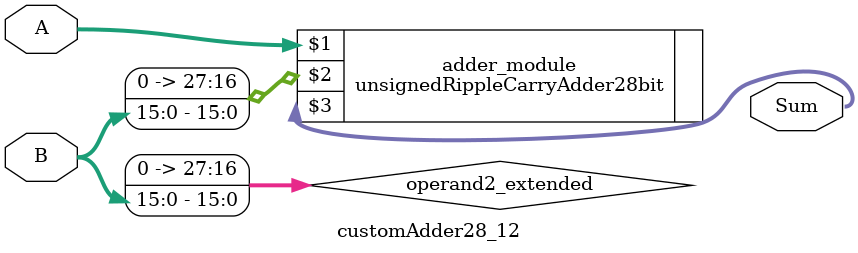
<source format=v>

module customAdder28_12(
                    input [27 : 0] A,
                    input [15 : 0] B,
                    
                    output [28 : 0] Sum
            );

    wire [27 : 0] operand2_extended;
    
    assign operand2_extended =  {12'b0, B};
    
    unsignedRippleCarryAdder28bit adder_module(
        A,
        operand2_extended,
        Sum
    );
    
endmodule
        
</source>
